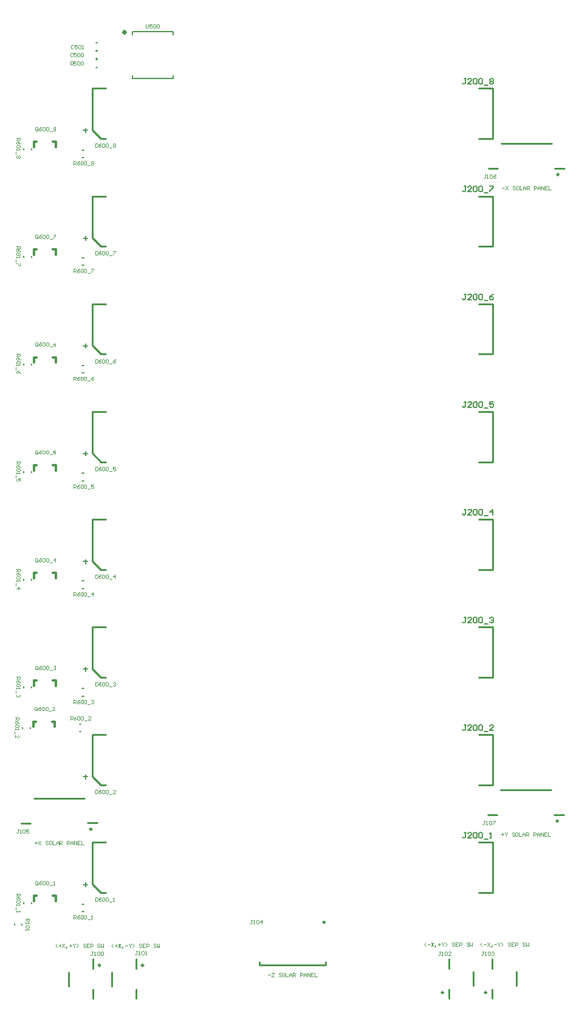
<source format=gto>
G04*
G04 #@! TF.GenerationSoftware,Altium Limited,Altium Designer,19.1.6 (110)*
G04*
G04 Layer_Color=65535*
%FSLAX25Y25*%
%MOIN*%
G70*
G01*
G75*
%ADD10C,0.01968*%
%ADD11C,0.01000*%
%ADD12C,0.00600*%
%ADD13C,0.01200*%
%ADD14C,0.00500*%
%ADD15C,0.00394*%
%ADD16C,0.00598*%
D10*
X63682Y536662D02*
G03*
X63682Y536662I-394J0D01*
G01*
D11*
X238352Y10236D02*
G03*
X238352Y10236I-557J0D01*
G01*
X261974D02*
G03*
X261974Y10236I-557J0D01*
G01*
X73785Y25197D02*
G03*
X73785Y25197I-557J0D01*
G01*
X50163D02*
G03*
X50163Y25197I-557J0D01*
G01*
X45439Y99803D02*
G03*
X45439Y99803I-557J0D01*
G01*
X301738Y458661D02*
G03*
X301738Y458661I-557J0D01*
G01*
X301344Y104331D02*
G03*
X301344Y104331I-557J0D01*
G01*
X173391Y48819D02*
G03*
X173391Y48819I-557J0D01*
G01*
X257874Y92520D02*
X265355D01*
Y64961D02*
Y92520D01*
X257874Y64961D02*
X265355D01*
X45670Y92520D02*
X53150D01*
X50394Y64961D02*
X53150D01*
X45670Y69685D02*
X50394Y64961D01*
X45670Y69685D02*
Y92520D01*
X45670Y246850D02*
Y269685D01*
Y246850D02*
X50394Y242126D01*
X53150D01*
X45670Y269685D02*
X53150D01*
X257875Y242126D02*
X265355D01*
Y269685D01*
X257875D02*
X265355D01*
X257874Y328740D02*
X265355D01*
Y301181D02*
Y328740D01*
X257874Y301181D02*
X265355D01*
X45670Y328740D02*
X53150D01*
X50394Y301181D02*
X53150D01*
X45670Y305906D02*
X50394Y301181D01*
X45670Y305906D02*
Y328740D01*
X45669Y364958D02*
Y387793D01*
Y364958D02*
X50393Y360234D01*
X53149D01*
X45669Y387793D02*
X53149D01*
X257874Y360234D02*
X265354D01*
Y387793D01*
X257874D02*
X265354D01*
X257874Y446848D02*
X265354D01*
Y419289D02*
Y446848D01*
X257874Y419289D02*
X265354D01*
X45669Y446848D02*
X53149D01*
X50393Y419289D02*
X53149D01*
X45669Y424013D02*
X50393Y419289D01*
X45669Y424013D02*
Y446848D01*
Y483069D02*
Y505903D01*
Y483069D02*
X50393Y478344D01*
X53149D01*
X45669Y505903D02*
X53149D01*
X257874Y478344D02*
X265354D01*
Y505903D01*
X257874D02*
X265354D01*
X257873Y210629D02*
X265353D01*
Y183070D02*
Y210629D01*
X257873Y183070D02*
X265353D01*
X45668Y210629D02*
X53149D01*
X50393Y183070D02*
X53149D01*
X45668Y187794D02*
X50393Y183070D01*
X45668Y187794D02*
Y210629D01*
X45670Y128740D02*
Y151575D01*
Y128740D02*
X50394Y124016D01*
X53150D01*
X45670Y151575D02*
X53150D01*
X257875Y124016D02*
X265355D01*
Y151575D01*
X257875D02*
X265355D01*
X241437Y6890D02*
Y12106D01*
Y23327D02*
Y28543D01*
X254724Y14075D02*
Y21654D01*
X278346Y14075D02*
Y21654D01*
X265059Y23327D02*
Y28543D01*
Y6890D02*
Y12106D01*
X69587Y23327D02*
Y28543D01*
Y6890D02*
Y12106D01*
X56299Y13780D02*
Y21358D01*
X32677Y13780D02*
Y21358D01*
X45965Y6890D02*
Y12106D01*
Y23327D02*
Y28543D01*
X13780Y116732D02*
X41339D01*
X43209Y103248D02*
X48425D01*
X6663Y103150D02*
X11880D01*
X262963Y462008D02*
X268179D01*
X299508Y462106D02*
X304724D01*
X270079Y475591D02*
X297638D01*
X269685Y121260D02*
X297244D01*
X299114Y107776D02*
X304331D01*
X262569Y107677D02*
X267785D01*
X137402Y25197D02*
Y27165D01*
X173622Y25197D02*
Y27165D01*
X137402Y25197D02*
X173622D01*
D12*
X2920Y47299D02*
Y47977D01*
X7120Y47299D02*
Y47977D01*
X40212Y54593D02*
X40890D01*
X40212Y58793D02*
X40890D01*
X38834Y157513D02*
X39512D01*
X38834Y153313D02*
X39512D01*
X40212Y172703D02*
X40891D01*
X40212Y176903D02*
X40891D01*
X40212Y235958D02*
X40891D01*
X40212Y231758D02*
X40891D01*
X40212Y290813D02*
X40890D01*
X40212Y295013D02*
X40890D01*
X40211Y354066D02*
X40889D01*
X40211Y349866D02*
X40889D01*
X40211Y408921D02*
X40889D01*
X40211Y413121D02*
X40889D01*
X40211Y472176D02*
X40889D01*
X40211Y467976D02*
X40889D01*
X12336Y59110D02*
Y59788D01*
X8136Y59110D02*
Y59788D01*
X7447Y154877D02*
Y155556D01*
X11647Y154877D02*
Y155556D01*
X12337Y177220D02*
Y177898D01*
X8137Y177220D02*
Y177898D01*
Y236275D02*
Y236953D01*
X12337Y236275D02*
Y236953D01*
X12336Y295330D02*
Y296008D01*
X8136Y295330D02*
Y296008D01*
X8135Y354383D02*
Y355061D01*
X12335Y354383D02*
Y355061D01*
Y413438D02*
Y414116D01*
X8135Y413438D02*
Y414116D01*
Y472493D02*
Y473171D01*
X12335Y472493D02*
Y473171D01*
X47594Y521687D02*
X48272D01*
X47594Y517487D02*
X48272D01*
X47594Y526411D02*
X48272D01*
X47594Y522211D02*
X48272D01*
X47594Y526739D02*
X48272D01*
X47594Y530939D02*
X48272D01*
X67739Y511263D02*
X89939D01*
Y513096D01*
X67739Y537163D02*
X89939D01*
X67739Y535329D02*
Y537163D01*
Y511263D02*
Y513096D01*
X89939Y535329D02*
Y537163D01*
D13*
X24184Y476620D02*
X25584D01*
Y473670D02*
Y476620D01*
X13784Y473670D02*
Y476620D01*
X15184D01*
X24184Y417564D02*
X25584D01*
Y414614D02*
Y417564D01*
X13784Y414614D02*
Y417564D01*
X15184D01*
X24184Y358509D02*
X25584D01*
Y355559D02*
Y358509D01*
X13784Y355559D02*
Y358509D01*
X15184D01*
X24185Y299457D02*
X25585D01*
Y296507D02*
Y299457D01*
X13785Y296507D02*
Y299457D01*
X15185D01*
X24185Y240402D02*
X25585D01*
Y237452D02*
Y240402D01*
X13785Y237452D02*
Y240402D01*
X15185D01*
X24185Y181346D02*
X25585D01*
Y178396D02*
Y181346D01*
X13785Y178396D02*
Y181346D01*
X15185D01*
X23791Y158807D02*
X25191D01*
Y155857D02*
Y158807D01*
X13391Y155857D02*
Y158807D01*
X14791D01*
X13785Y63236D02*
X15185D01*
X13785Y60286D02*
Y63236D01*
X25585Y60286D02*
Y63236D01*
X24185D02*
X25585D01*
D14*
X40827Y69505D02*
X43160D01*
X41993Y70672D02*
Y68339D01*
X40828Y128560D02*
X43160D01*
X41994Y129727D02*
Y127394D01*
X40828Y187616D02*
X43160D01*
X41994Y188782D02*
Y186449D01*
X40828Y246671D02*
X43160D01*
X41994Y247837D02*
Y245504D01*
X40827Y305726D02*
X43160D01*
X41993Y306892D02*
Y304559D01*
X40826Y364778D02*
X43159D01*
X41993Y365945D02*
Y363612D01*
X40826Y423834D02*
X43159D01*
X41993Y425000D02*
Y422667D01*
X40826Y482889D02*
X43159D01*
X41993Y484055D02*
Y481722D01*
D15*
X35493Y529445D02*
X35165Y529773D01*
X34509D01*
X34181Y529445D01*
Y528133D01*
X34509Y527805D01*
X35165D01*
X35493Y528133D01*
X37461Y529773D02*
X36149D01*
Y528789D01*
X36805Y529117D01*
X37133D01*
X37461Y528789D01*
Y528133D01*
X37133Y527805D01*
X36477D01*
X36149Y528133D01*
X38117Y529445D02*
X38445Y529773D01*
X39101D01*
X39429Y529445D01*
Y528133D01*
X39101Y527805D01*
X38445D01*
X38117Y528133D01*
Y529445D01*
X40085Y527805D02*
X40741D01*
X40413D01*
Y529773D01*
X40085Y529445D01*
X34890Y524953D02*
X34562Y525281D01*
X33906D01*
X33578Y524953D01*
Y523641D01*
X33906Y523313D01*
X34562D01*
X34890Y523641D01*
X36858Y525281D02*
X35546D01*
Y524297D01*
X36202Y524624D01*
X36530D01*
X36858Y524297D01*
Y523641D01*
X36530Y523313D01*
X35874D01*
X35546Y523641D01*
X37514Y524953D02*
X37842Y525281D01*
X38498D01*
X38826Y524953D01*
Y523641D01*
X38498Y523313D01*
X37842D01*
X37514Y523641D01*
Y524953D01*
X39481D02*
X39810Y525281D01*
X40466D01*
X40793Y524953D01*
Y523641D01*
X40466Y523313D01*
X39810D01*
X39481Y523641D01*
Y524953D01*
X75197Y540944D02*
Y539304D01*
X75525Y538976D01*
X76181D01*
X76509Y539304D01*
Y540944D01*
X78477D02*
X77165D01*
Y539960D01*
X77821Y540288D01*
X78149D01*
X78477Y539960D01*
Y539304D01*
X78149Y538976D01*
X77493D01*
X77165Y539304D01*
X79133Y540616D02*
X79461Y540944D01*
X80116D01*
X80445Y540616D01*
Y539304D01*
X80116Y538976D01*
X79461D01*
X79133Y539304D01*
Y540616D01*
X81100D02*
X81428Y540944D01*
X82084D01*
X82412Y540616D01*
Y539304D01*
X82084Y538976D01*
X81428D01*
X81100Y539304D01*
Y540616D01*
X33581Y518628D02*
Y520596D01*
X34565D01*
X34893Y520268D01*
Y519612D01*
X34565Y519284D01*
X33581D01*
X34237D02*
X34893Y518628D01*
X36861Y520596D02*
X35549D01*
Y519612D01*
X36205Y519940D01*
X36533D01*
X36861Y519612D01*
Y518956D01*
X36533Y518628D01*
X35877D01*
X35549Y518956D01*
X37517Y520268D02*
X37845Y520596D01*
X38501D01*
X38829Y520268D01*
Y518956D01*
X38501Y518628D01*
X37845D01*
X37517Y518956D01*
Y520268D01*
X39485D02*
X39813Y520596D01*
X40469D01*
X40797Y520268D01*
Y518956D01*
X40469Y518628D01*
X39813D01*
X39485Y518956D01*
Y520268D01*
X4199Y478546D02*
X6167D01*
Y477562D01*
X5839Y477234D01*
X5183D01*
X4855Y477562D01*
Y478546D01*
Y477890D02*
X4199Y477234D01*
X6167Y475266D02*
X5839Y475922D01*
X5183Y476578D01*
X4527D01*
X4199Y476250D01*
Y475594D01*
X4527Y475266D01*
X4855D01*
X5183Y475594D01*
Y476578D01*
X5839Y474610D02*
X6167Y474282D01*
Y473626D01*
X5839Y473298D01*
X4527D01*
X4199Y473626D01*
Y474282D01*
X4527Y474610D01*
X5839D01*
X4199Y472642D02*
Y471986D01*
Y472314D01*
X6167D01*
X5839Y472642D01*
X3871Y471002D02*
Y469690D01*
X5839Y469034D02*
X6167Y468706D01*
Y468050D01*
X5839Y467722D01*
X5511D01*
X5183Y468050D01*
X4855Y467722D01*
X4527D01*
X4199Y468050D01*
Y468706D01*
X4527Y469034D01*
X4855D01*
X5183Y468706D01*
X5511Y469034D01*
X5839D01*
X5183Y468706D02*
Y468050D01*
X4199Y419490D02*
X6167D01*
Y418507D01*
X5839Y418179D01*
X5183D01*
X4855Y418507D01*
Y419490D01*
Y418835D02*
X4199Y418179D01*
X6167Y416211D02*
X5839Y416867D01*
X5183Y417523D01*
X4527D01*
X4199Y417195D01*
Y416539D01*
X4527Y416211D01*
X4855D01*
X5183Y416539D01*
Y417523D01*
X5839Y415555D02*
X6167Y415227D01*
Y414571D01*
X5839Y414243D01*
X4527D01*
X4199Y414571D01*
Y415227D01*
X4527Y415555D01*
X5839D01*
X4199Y413587D02*
Y412931D01*
Y413259D01*
X6167D01*
X5839Y413587D01*
X3871Y411947D02*
Y410635D01*
X6167Y409979D02*
Y408667D01*
X5839D01*
X4527Y409979D01*
X4199D01*
Y360435D02*
X6167D01*
Y359452D01*
X5839Y359123D01*
X5183D01*
X4855Y359452D01*
Y360435D01*
Y359780D02*
X4199Y359123D01*
X6167Y357156D02*
X5839Y357812D01*
X5183Y358468D01*
X4527D01*
X4199Y358140D01*
Y357484D01*
X4527Y357156D01*
X4855D01*
X5183Y357484D01*
Y358468D01*
X5839Y356500D02*
X6167Y356172D01*
Y355516D01*
X5839Y355188D01*
X4527D01*
X4199Y355516D01*
Y356172D01*
X4527Y356500D01*
X5839D01*
X4199Y354532D02*
Y353876D01*
Y354204D01*
X6167D01*
X5839Y354532D01*
X3871Y352892D02*
Y351580D01*
X6167Y349612D02*
X5839Y350268D01*
X5183Y350924D01*
X4527D01*
X4199Y350596D01*
Y349940D01*
X4527Y349612D01*
X4855D01*
X5183Y349940D01*
Y350924D01*
X4200Y301383D02*
X6168D01*
Y300399D01*
X5840Y300071D01*
X5184D01*
X4856Y300399D01*
Y301383D01*
Y300727D02*
X4200Y300071D01*
X6168Y298103D02*
X5840Y298759D01*
X5184Y299415D01*
X4528D01*
X4200Y299087D01*
Y298431D01*
X4528Y298103D01*
X4856D01*
X5184Y298431D01*
Y299415D01*
X5840Y297447D02*
X6168Y297119D01*
Y296463D01*
X5840Y296135D01*
X4528D01*
X4200Y296463D01*
Y297119D01*
X4528Y297447D01*
X5840D01*
X4200Y295479D02*
Y294823D01*
Y295151D01*
X6168D01*
X5840Y295479D01*
X3872Y293839D02*
Y292527D01*
X6168Y290560D02*
Y291871D01*
X5184D01*
X5512Y291215D01*
Y290887D01*
X5184Y290560D01*
X4528D01*
X4200Y290887D01*
Y291543D01*
X4528Y291871D01*
X4200Y242328D02*
X6168D01*
Y241344D01*
X5840Y241016D01*
X5184D01*
X4856Y241344D01*
Y242328D01*
Y241672D02*
X4200Y241016D01*
X6168Y239048D02*
X5840Y239704D01*
X5184Y240360D01*
X4528D01*
X4200Y240032D01*
Y239376D01*
X4528Y239048D01*
X4856D01*
X5184Y239376D01*
Y240360D01*
X5840Y238392D02*
X6168Y238064D01*
Y237408D01*
X5840Y237080D01*
X4528D01*
X4200Y237408D01*
Y238064D01*
X4528Y238392D01*
X5840D01*
X4200Y236424D02*
Y235768D01*
Y236096D01*
X6168D01*
X5840Y236424D01*
X3872Y234784D02*
Y233472D01*
X4200Y231832D02*
X6168D01*
X5184Y232816D01*
Y231504D01*
X4200Y183273D02*
X6168D01*
Y182289D01*
X5840Y181961D01*
X5184D01*
X4856Y182289D01*
Y183273D01*
Y182617D02*
X4200Y181961D01*
X6168Y179993D02*
X5840Y180649D01*
X5184Y181305D01*
X4528D01*
X4200Y180977D01*
Y180321D01*
X4528Y179993D01*
X4856D01*
X5184Y180321D01*
Y181305D01*
X5840Y179337D02*
X6168Y179009D01*
Y178353D01*
X5840Y178025D01*
X4528D01*
X4200Y178353D01*
Y179009D01*
X4528Y179337D01*
X5840D01*
X4200Y177369D02*
Y176713D01*
Y177041D01*
X6168D01*
X5840Y177369D01*
X3872Y175729D02*
Y174417D01*
X5840Y173761D02*
X6168Y173433D01*
Y172777D01*
X5840Y172449D01*
X5512D01*
X5184Y172777D01*
Y173105D01*
Y172777D01*
X4856Y172449D01*
X4528D01*
X4200Y172777D01*
Y173433D01*
X4528Y173761D01*
X3511Y160930D02*
X5479D01*
Y159946D01*
X5151Y159618D01*
X4495D01*
X4167Y159946D01*
Y160930D01*
Y160274D02*
X3511Y159618D01*
X5479Y157650D02*
X5151Y158306D01*
X4495Y158962D01*
X3839D01*
X3511Y158634D01*
Y157978D01*
X3839Y157650D01*
X4167D01*
X4495Y157978D01*
Y158962D01*
X5151Y156994D02*
X5479Y156666D01*
Y156010D01*
X5151Y155682D01*
X3839D01*
X3511Y156010D01*
Y156666D01*
X3839Y156994D01*
X5151D01*
X3511Y155026D02*
Y154370D01*
Y154698D01*
X5479D01*
X5151Y155026D01*
X3183Y153386D02*
Y152075D01*
X3511Y150107D02*
Y151419D01*
X4823Y150107D01*
X5151D01*
X5479Y150435D01*
Y151091D01*
X5151Y151419D01*
X4200Y64506D02*
X6168D01*
Y63522D01*
X5840Y63194D01*
X5184D01*
X4856Y63522D01*
Y64506D01*
Y63850D02*
X4200Y63194D01*
X6168Y61226D02*
X5840Y61883D01*
X5184Y62538D01*
X4528D01*
X4200Y62211D01*
Y61554D01*
X4528Y61226D01*
X4856D01*
X5184Y61554D01*
Y62538D01*
X5840Y60571D02*
X6168Y60243D01*
Y59587D01*
X5840Y59259D01*
X4528D01*
X4200Y59587D01*
Y60243D01*
X4528Y60571D01*
X5840D01*
X4200Y58603D02*
Y57947D01*
Y58275D01*
X6168D01*
X5840Y58603D01*
X3872Y56963D02*
Y55651D01*
X4200Y54995D02*
Y54339D01*
Y54667D01*
X6168D01*
X5840Y54995D01*
X35299Y463990D02*
Y465958D01*
X36283D01*
X36611Y465630D01*
Y464974D01*
X36283Y464646D01*
X35299D01*
X35955D02*
X36611Y463990D01*
X38579Y465958D02*
X37923Y465630D01*
X37267Y464974D01*
Y464318D01*
X37595Y463990D01*
X38251D01*
X38579Y464318D01*
Y464646D01*
X38251Y464974D01*
X37267D01*
X39235Y465630D02*
X39563Y465958D01*
X40219D01*
X40547Y465630D01*
Y464318D01*
X40219Y463990D01*
X39563D01*
X39235Y464318D01*
Y465630D01*
X41203D02*
X41531Y465958D01*
X42187D01*
X42515Y465630D01*
Y464318D01*
X42187Y463990D01*
X41531D01*
X41203Y464318D01*
Y465630D01*
X43171Y463662D02*
X44482D01*
X45138Y465630D02*
X45466Y465958D01*
X46122D01*
X46450Y465630D01*
Y465302D01*
X46122Y464974D01*
X46450Y464646D01*
Y464318D01*
X46122Y463990D01*
X45466D01*
X45138Y464318D01*
Y464646D01*
X45466Y464974D01*
X45138Y465302D01*
Y465630D01*
X45466Y464974D02*
X46122D01*
X35299Y404935D02*
Y406902D01*
X36283D01*
X36611Y406574D01*
Y405919D01*
X36283Y405590D01*
X35299D01*
X35955D02*
X36611Y404935D01*
X38579Y406902D02*
X37923Y406574D01*
X37267Y405919D01*
Y405263D01*
X37595Y404935D01*
X38251D01*
X38579Y405263D01*
Y405590D01*
X38251Y405919D01*
X37267D01*
X39235Y406574D02*
X39563Y406902D01*
X40219D01*
X40547Y406574D01*
Y405263D01*
X40219Y404935D01*
X39563D01*
X39235Y405263D01*
Y406574D01*
X41203D02*
X41531Y406902D01*
X42187D01*
X42515Y406574D01*
Y405263D01*
X42187Y404935D01*
X41531D01*
X41203Y405263D01*
Y406574D01*
X43171Y404607D02*
X44482D01*
X45138Y406902D02*
X46450D01*
Y406574D01*
X45138Y405263D01*
Y404935D01*
X35299Y345880D02*
Y347847D01*
X36283D01*
X36611Y347519D01*
Y346863D01*
X36283Y346535D01*
X35299D01*
X35955D02*
X36611Y345880D01*
X38579Y347847D02*
X37923Y347519D01*
X37267Y346863D01*
Y346207D01*
X37595Y345880D01*
X38251D01*
X38579Y346207D01*
Y346535D01*
X38251Y346863D01*
X37267D01*
X39235Y347519D02*
X39563Y347847D01*
X40219D01*
X40547Y347519D01*
Y346207D01*
X40219Y345880D01*
X39563D01*
X39235Y346207D01*
Y347519D01*
X41203D02*
X41531Y347847D01*
X42187D01*
X42515Y347519D01*
Y346207D01*
X42187Y345880D01*
X41531D01*
X41203Y346207D01*
Y347519D01*
X43171Y345551D02*
X44482D01*
X46450Y347847D02*
X45794Y347519D01*
X45138Y346863D01*
Y346207D01*
X45466Y345880D01*
X46122D01*
X46450Y346207D01*
Y346535D01*
X46122Y346863D01*
X45138D01*
X35300Y286827D02*
Y288795D01*
X36284D01*
X36612Y288467D01*
Y287811D01*
X36284Y287483D01*
X35300D01*
X35956D02*
X36612Y286827D01*
X38580Y288795D02*
X37924Y288467D01*
X37268Y287811D01*
Y287155D01*
X37596Y286827D01*
X38252D01*
X38580Y287155D01*
Y287483D01*
X38252Y287811D01*
X37268D01*
X39236Y288467D02*
X39564Y288795D01*
X40220D01*
X40548Y288467D01*
Y287155D01*
X40220Y286827D01*
X39564D01*
X39236Y287155D01*
Y288467D01*
X41204D02*
X41532Y288795D01*
X42188D01*
X42516Y288467D01*
Y287155D01*
X42188Y286827D01*
X41532D01*
X41204Y287155D01*
Y288467D01*
X43171Y286499D02*
X44483D01*
X46451Y288795D02*
X45139D01*
Y287811D01*
X45795Y288139D01*
X46123D01*
X46451Y287811D01*
Y287155D01*
X46123Y286827D01*
X45467D01*
X45139Y287155D01*
X35300Y227772D02*
Y229739D01*
X36284D01*
X36612Y229412D01*
Y228756D01*
X36284Y228428D01*
X35300D01*
X35956D02*
X36612Y227772D01*
X38580Y229739D02*
X37924Y229412D01*
X37268Y228756D01*
Y228100D01*
X37596Y227772D01*
X38252D01*
X38580Y228100D01*
Y228428D01*
X38252Y228756D01*
X37268D01*
X39236Y229412D02*
X39564Y229739D01*
X40220D01*
X40548Y229412D01*
Y228100D01*
X40220Y227772D01*
X39564D01*
X39236Y228100D01*
Y229412D01*
X41204D02*
X41532Y229739D01*
X42188D01*
X42516Y229412D01*
Y228100D01*
X42188Y227772D01*
X41532D01*
X41204Y228100D01*
Y229412D01*
X43172Y227444D02*
X44484D01*
X46124Y227772D02*
Y229739D01*
X45140Y228756D01*
X46452D01*
X35300Y168717D02*
Y170684D01*
X36284D01*
X36612Y170356D01*
Y169701D01*
X36284Y169372D01*
X35300D01*
X35956D02*
X36612Y168717D01*
X38580Y170684D02*
X37924Y170356D01*
X37268Y169701D01*
Y169044D01*
X37596Y168717D01*
X38252D01*
X38580Y169044D01*
Y169372D01*
X38252Y169701D01*
X37268D01*
X39236Y170356D02*
X39564Y170684D01*
X40220D01*
X40548Y170356D01*
Y169044D01*
X40220Y168717D01*
X39564D01*
X39236Y169044D01*
Y170356D01*
X41204D02*
X41532Y170684D01*
X42188D01*
X42516Y170356D01*
Y169044D01*
X42188Y168717D01*
X41532D01*
X41204Y169044D01*
Y170356D01*
X43172Y168389D02*
X44484D01*
X45140Y170356D02*
X45468Y170684D01*
X46124D01*
X46452Y170356D01*
Y170028D01*
X46124Y169701D01*
X45796D01*
X46124D01*
X46452Y169372D01*
Y169044D01*
X46124Y168717D01*
X45468D01*
X45140Y169044D01*
X33600Y159806D02*
Y161774D01*
X34584D01*
X34912Y161446D01*
Y160790D01*
X34584Y160462D01*
X33600D01*
X34256D02*
X34912Y159806D01*
X36880Y161774D02*
X36224Y161446D01*
X35568Y160790D01*
Y160134D01*
X35896Y159806D01*
X36552D01*
X36880Y160134D01*
Y160462D01*
X36552Y160790D01*
X35568D01*
X37536Y161446D02*
X37864Y161774D01*
X38520D01*
X38848Y161446D01*
Y160134D01*
X38520Y159806D01*
X37864D01*
X37536Y160134D01*
Y161446D01*
X39504D02*
X39832Y161774D01*
X40488D01*
X40815Y161446D01*
Y160134D01*
X40488Y159806D01*
X39832D01*
X39504Y160134D01*
Y161446D01*
X41471Y159478D02*
X42783D01*
X44751Y159806D02*
X43439D01*
X44751Y161118D01*
Y161446D01*
X44423Y161774D01*
X43767D01*
X43439Y161446D01*
X35300Y50606D02*
Y52574D01*
X36284D01*
X36612Y52246D01*
Y51590D01*
X36284Y51262D01*
X35300D01*
X35956D02*
X36612Y50606D01*
X38580Y52574D02*
X37924Y52246D01*
X37268Y51590D01*
Y50934D01*
X37596Y50606D01*
X38252D01*
X38580Y50934D01*
Y51262D01*
X38252Y51590D01*
X37268D01*
X39236Y52246D02*
X39564Y52574D01*
X40220D01*
X40548Y52246D01*
Y50934D01*
X40220Y50606D01*
X39564D01*
X39236Y50934D01*
Y52246D01*
X41204D02*
X41532Y52574D01*
X42188D01*
X42516Y52246D01*
Y50934D01*
X42188Y50606D01*
X41532D01*
X41204Y50934D01*
Y52246D01*
X43171Y50278D02*
X44483D01*
X45139Y50606D02*
X45795D01*
X45467D01*
Y52574D01*
X45139Y52246D01*
X15711Y483018D02*
Y484330D01*
X15383Y484658D01*
X14727D01*
X14399Y484330D01*
Y483018D01*
X14727Y482690D01*
X15383D01*
X15055Y483346D02*
X15711Y482690D01*
X15383D02*
X15711Y483018D01*
X17679Y484658D02*
X17023Y484330D01*
X16367Y483674D01*
Y483018D01*
X16695Y482690D01*
X17351D01*
X17679Y483018D01*
Y483346D01*
X17351Y483674D01*
X16367D01*
X18335Y484330D02*
X18663Y484658D01*
X19319D01*
X19647Y484330D01*
Y483018D01*
X19319Y482690D01*
X18663D01*
X18335Y483018D01*
Y484330D01*
X20303D02*
X20631Y484658D01*
X21287D01*
X21615Y484330D01*
Y483018D01*
X21287Y482690D01*
X20631D01*
X20303Y483018D01*
Y484330D01*
X22271Y482362D02*
X23583D01*
X24238Y484330D02*
X24566Y484658D01*
X25222D01*
X25550Y484330D01*
Y484002D01*
X25222Y483674D01*
X25550Y483346D01*
Y483018D01*
X25222Y482690D01*
X24566D01*
X24238Y483018D01*
Y483346D01*
X24566Y483674D01*
X24238Y484002D01*
Y484330D01*
X24566Y483674D02*
X25222D01*
X15711Y423963D02*
Y425275D01*
X15383Y425602D01*
X14727D01*
X14399Y425275D01*
Y423963D01*
X14727Y423635D01*
X15383D01*
X15055Y424291D02*
X15711Y423635D01*
X15383D02*
X15711Y423963D01*
X17679Y425602D02*
X17023Y425275D01*
X16367Y424618D01*
Y423963D01*
X16695Y423635D01*
X17351D01*
X17679Y423963D01*
Y424291D01*
X17351Y424618D01*
X16367D01*
X18335Y425275D02*
X18663Y425602D01*
X19319D01*
X19647Y425275D01*
Y423963D01*
X19319Y423635D01*
X18663D01*
X18335Y423963D01*
Y425275D01*
X20303D02*
X20631Y425602D01*
X21287D01*
X21615Y425275D01*
Y423963D01*
X21287Y423635D01*
X20631D01*
X20303Y423963D01*
Y425275D01*
X22271Y423307D02*
X23583D01*
X24238Y425602D02*
X25550D01*
Y425275D01*
X24238Y423963D01*
Y423635D01*
X15711Y364908D02*
Y366219D01*
X15383Y366547D01*
X14727D01*
X14399Y366219D01*
Y364908D01*
X14727Y364580D01*
X15383D01*
X15055Y365235D02*
X15711Y364580D01*
X15383D02*
X15711Y364908D01*
X17679Y366547D02*
X17023Y366219D01*
X16367Y365563D01*
Y364908D01*
X16695Y364580D01*
X17351D01*
X17679Y364908D01*
Y365235D01*
X17351Y365563D01*
X16367D01*
X18335Y366219D02*
X18663Y366547D01*
X19319D01*
X19647Y366219D01*
Y364908D01*
X19319Y364580D01*
X18663D01*
X18335Y364908D01*
Y366219D01*
X20303D02*
X20631Y366547D01*
X21287D01*
X21615Y366219D01*
Y364908D01*
X21287Y364580D01*
X20631D01*
X20303Y364908D01*
Y366219D01*
X22271Y364251D02*
X23583D01*
X25550Y366547D02*
X24894Y366219D01*
X24238Y365563D01*
Y364908D01*
X24566Y364580D01*
X25222D01*
X25550Y364908D01*
Y365235D01*
X25222Y365563D01*
X24238D01*
X15712Y305855D02*
Y307167D01*
X15384Y307495D01*
X14728D01*
X14400Y307167D01*
Y305855D01*
X14728Y305527D01*
X15384D01*
X15056Y306183D02*
X15712Y305527D01*
X15384D02*
X15712Y305855D01*
X17680Y307495D02*
X17024Y307167D01*
X16368Y306511D01*
Y305855D01*
X16696Y305527D01*
X17352D01*
X17680Y305855D01*
Y306183D01*
X17352Y306511D01*
X16368D01*
X18336Y307167D02*
X18664Y307495D01*
X19320D01*
X19648Y307167D01*
Y305855D01*
X19320Y305527D01*
X18664D01*
X18336Y305855D01*
Y307167D01*
X20304D02*
X20632Y307495D01*
X21287D01*
X21615Y307167D01*
Y305855D01*
X21287Y305527D01*
X20632D01*
X20304Y305855D01*
Y307167D01*
X22271Y305199D02*
X23583D01*
X25551Y307495D02*
X24239D01*
Y306511D01*
X24895Y306839D01*
X25223D01*
X25551Y306511D01*
Y305855D01*
X25223Y305527D01*
X24567D01*
X24239Y305855D01*
X15712Y246800D02*
Y248112D01*
X15384Y248440D01*
X14728D01*
X14400Y248112D01*
Y246800D01*
X14728Y246472D01*
X15384D01*
X15056Y247128D02*
X15712Y246472D01*
X15384D02*
X15712Y246800D01*
X17680Y248440D02*
X17024Y248112D01*
X16368Y247456D01*
Y246800D01*
X16696Y246472D01*
X17352D01*
X17680Y246800D01*
Y247128D01*
X17352Y247456D01*
X16368D01*
X18336Y248112D02*
X18664Y248440D01*
X19320D01*
X19648Y248112D01*
Y246800D01*
X19320Y246472D01*
X18664D01*
X18336Y246800D01*
Y248112D01*
X20304D02*
X20632Y248440D01*
X21288D01*
X21616Y248112D01*
Y246800D01*
X21288Y246472D01*
X20632D01*
X20304Y246800D01*
Y248112D01*
X22272Y246144D02*
X23584D01*
X25224Y246472D02*
Y248440D01*
X24240Y247456D01*
X25552D01*
X15712Y187744D02*
Y189056D01*
X15384Y189384D01*
X14728D01*
X14400Y189056D01*
Y187744D01*
X14728Y187417D01*
X15384D01*
X15056Y188073D02*
X15712Y187417D01*
X15384D02*
X15712Y187744D01*
X17680Y189384D02*
X17024Y189056D01*
X16368Y188400D01*
Y187744D01*
X16696Y187417D01*
X17352D01*
X17680Y187744D01*
Y188073D01*
X17352Y188400D01*
X16368D01*
X18336Y189056D02*
X18664Y189384D01*
X19320D01*
X19648Y189056D01*
Y187744D01*
X19320Y187417D01*
X18664D01*
X18336Y187744D01*
Y189056D01*
X20304D02*
X20632Y189384D01*
X21288D01*
X21616Y189056D01*
Y187744D01*
X21288Y187417D01*
X20632D01*
X20304Y187744D01*
Y189056D01*
X22272Y187089D02*
X23584D01*
X24240Y189056D02*
X24568Y189384D01*
X25224D01*
X25552Y189056D01*
Y188728D01*
X25224Y188400D01*
X24896D01*
X25224D01*
X25552Y188073D01*
Y187744D01*
X25224Y187417D01*
X24568D01*
X24240Y187744D01*
X15318Y165205D02*
Y166517D01*
X14990Y166845D01*
X14334D01*
X14006Y166517D01*
Y165205D01*
X14334Y164877D01*
X14990D01*
X14662Y165533D02*
X15318Y164877D01*
X14990D02*
X15318Y165205D01*
X17286Y166845D02*
X16630Y166517D01*
X15974Y165861D01*
Y165205D01*
X16302Y164877D01*
X16958D01*
X17286Y165205D01*
Y165533D01*
X16958Y165861D01*
X15974D01*
X17942Y166517D02*
X18270Y166845D01*
X18926D01*
X19254Y166517D01*
Y165205D01*
X18926Y164877D01*
X18270D01*
X17942Y165205D01*
Y166517D01*
X19910D02*
X20238Y166845D01*
X20894D01*
X21222Y166517D01*
Y165205D01*
X20894Y164877D01*
X20238D01*
X19910Y165205D01*
Y166517D01*
X21878Y164549D02*
X23190D01*
X25157Y164877D02*
X23846D01*
X25157Y166189D01*
Y166517D01*
X24829Y166845D01*
X24174D01*
X23846Y166517D01*
X15712Y69634D02*
Y70946D01*
X15384Y71274D01*
X14728D01*
X14400Y70946D01*
Y69634D01*
X14728Y69306D01*
X15384D01*
X15056Y69962D02*
X15712Y69306D01*
X15384D02*
X15712Y69634D01*
X17680Y71274D02*
X17024Y70946D01*
X16368Y70290D01*
Y69634D01*
X16696Y69306D01*
X17352D01*
X17680Y69634D01*
Y69962D01*
X17352Y70290D01*
X16368D01*
X18336Y70946D02*
X18664Y71274D01*
X19320D01*
X19648Y70946D01*
Y69634D01*
X19320Y69306D01*
X18664D01*
X18336Y69634D01*
Y70946D01*
X20304D02*
X20632Y71274D01*
X21287D01*
X21615Y70946D01*
Y69634D01*
X21287Y69306D01*
X20632D01*
X20304Y69634D01*
Y70946D01*
X22271Y68978D02*
X23583D01*
X24239Y69306D02*
X24895D01*
X24567D01*
Y71274D01*
X24239Y70946D01*
X47257Y475585D02*
Y473617D01*
X48241D01*
X48569Y473945D01*
Y475257D01*
X48241Y475585D01*
X47257D01*
X50537D02*
X49881Y475257D01*
X49225Y474601D01*
Y473945D01*
X49553Y473617D01*
X50209D01*
X50537Y473945D01*
Y474273D01*
X50209Y474601D01*
X49225D01*
X51193Y475257D02*
X51521Y475585D01*
X52177D01*
X52505Y475257D01*
Y473945D01*
X52177Y473617D01*
X51521D01*
X51193Y473945D01*
Y475257D01*
X53161D02*
X53488Y475585D01*
X54144D01*
X54472Y475257D01*
Y473945D01*
X54144Y473617D01*
X53488D01*
X53161Y473945D01*
Y475257D01*
X55128Y473289D02*
X56440D01*
X57096Y475257D02*
X57424Y475585D01*
X58080D01*
X58408Y475257D01*
Y474929D01*
X58080Y474601D01*
X58408Y474273D01*
Y473945D01*
X58080Y473617D01*
X57424D01*
X57096Y473945D01*
Y474273D01*
X57424Y474601D01*
X57096Y474929D01*
Y475257D01*
X57424Y474601D02*
X58080D01*
X47257Y416530D02*
Y414562D01*
X48241D01*
X48569Y414890D01*
Y416201D01*
X48241Y416530D01*
X47257D01*
X50537D02*
X49881Y416201D01*
X49225Y415546D01*
Y414890D01*
X49553Y414562D01*
X50209D01*
X50537Y414890D01*
Y415218D01*
X50209Y415546D01*
X49225D01*
X51193Y416201D02*
X51521Y416530D01*
X52177D01*
X52505Y416201D01*
Y414890D01*
X52177Y414562D01*
X51521D01*
X51193Y414890D01*
Y416201D01*
X53161D02*
X53488Y416530D01*
X54144D01*
X54472Y416201D01*
Y414890D01*
X54144Y414562D01*
X53488D01*
X53161Y414890D01*
Y416201D01*
X55128Y414234D02*
X56440D01*
X57096Y416530D02*
X58408D01*
Y416201D01*
X57096Y414890D01*
Y414562D01*
X47257Y357474D02*
Y355506D01*
X48241D01*
X48569Y355835D01*
Y357146D01*
X48241Y357474D01*
X47257D01*
X50537D02*
X49881Y357146D01*
X49225Y356490D01*
Y355835D01*
X49553Y355506D01*
X50209D01*
X50537Y355835D01*
Y356163D01*
X50209Y356490D01*
X49225D01*
X51193Y357146D02*
X51521Y357474D01*
X52177D01*
X52505Y357146D01*
Y355835D01*
X52177Y355506D01*
X51521D01*
X51193Y355835D01*
Y357146D01*
X53161D02*
X53488Y357474D01*
X54144D01*
X54472Y357146D01*
Y355835D01*
X54144Y355506D01*
X53488D01*
X53161Y355835D01*
Y357146D01*
X55128Y355178D02*
X56440D01*
X58408Y357474D02*
X57752Y357146D01*
X57096Y356490D01*
Y355835D01*
X57424Y355506D01*
X58080D01*
X58408Y355835D01*
Y356163D01*
X58080Y356490D01*
X57096D01*
X47258Y298422D02*
Y296454D01*
X48242D01*
X48570Y296782D01*
Y298094D01*
X48242Y298422D01*
X47258D01*
X50538D02*
X49882Y298094D01*
X49226Y297438D01*
Y296782D01*
X49554Y296454D01*
X50210D01*
X50538Y296782D01*
Y297110D01*
X50210Y297438D01*
X49226D01*
X51193Y298094D02*
X51521Y298422D01*
X52177D01*
X52505Y298094D01*
Y296782D01*
X52177Y296454D01*
X51521D01*
X51193Y296782D01*
Y298094D01*
X53161D02*
X53489Y298422D01*
X54145D01*
X54473Y298094D01*
Y296782D01*
X54145Y296454D01*
X53489D01*
X53161Y296782D01*
Y298094D01*
X55129Y296126D02*
X56441D01*
X58409Y298422D02*
X57097D01*
Y297438D01*
X57753Y297766D01*
X58081D01*
X58409Y297438D01*
Y296782D01*
X58081Y296454D01*
X57425D01*
X57097Y296782D01*
X47258Y239367D02*
Y237399D01*
X48242D01*
X48570Y237727D01*
Y239039D01*
X48242Y239367D01*
X47258D01*
X50538D02*
X49882Y239039D01*
X49226Y238383D01*
Y237727D01*
X49554Y237399D01*
X50210D01*
X50538Y237727D01*
Y238055D01*
X50210Y238383D01*
X49226D01*
X51194Y239039D02*
X51522Y239367D01*
X52178D01*
X52506Y239039D01*
Y237727D01*
X52178Y237399D01*
X51522D01*
X51194Y237727D01*
Y239039D01*
X53162D02*
X53490Y239367D01*
X54146D01*
X54474Y239039D01*
Y237727D01*
X54146Y237399D01*
X53490D01*
X53162Y237727D01*
Y239039D01*
X55130Y237071D02*
X56441D01*
X58081Y237399D02*
Y239367D01*
X57098Y238383D01*
X58409D01*
X47258Y180311D02*
Y178344D01*
X48242D01*
X48570Y178672D01*
Y179983D01*
X48242Y180311D01*
X47258D01*
X50538D02*
X49882Y179983D01*
X49226Y179327D01*
Y178672D01*
X49554Y178344D01*
X50210D01*
X50538Y178672D01*
Y178999D01*
X50210Y179327D01*
X49226D01*
X51194Y179983D02*
X51522Y180311D01*
X52178D01*
X52506Y179983D01*
Y178672D01*
X52178Y178344D01*
X51522D01*
X51194Y178672D01*
Y179983D01*
X53162D02*
X53490Y180311D01*
X54146D01*
X54474Y179983D01*
Y178672D01*
X54146Y178344D01*
X53490D01*
X53162Y178672D01*
Y179983D01*
X55130Y178016D02*
X56441D01*
X57098Y179983D02*
X57425Y180311D01*
X58081D01*
X58409Y179983D01*
Y179656D01*
X58081Y179327D01*
X57753D01*
X58081D01*
X58409Y178999D01*
Y178672D01*
X58081Y178344D01*
X57425D01*
X57098Y178672D01*
X47258Y121256D02*
Y119289D01*
X48242D01*
X48570Y119616D01*
Y120928D01*
X48242Y121256D01*
X47258D01*
X50538D02*
X49882Y120928D01*
X49226Y120272D01*
Y119616D01*
X49554Y119289D01*
X50210D01*
X50538Y119616D01*
Y119944D01*
X50210Y120272D01*
X49226D01*
X51194Y120928D02*
X51522Y121256D01*
X52178D01*
X52506Y120928D01*
Y119616D01*
X52178Y119289D01*
X51522D01*
X51194Y119616D01*
Y120928D01*
X53162D02*
X53490Y121256D01*
X54146D01*
X54474Y120928D01*
Y119616D01*
X54146Y119289D01*
X53490D01*
X53162Y119616D01*
Y120928D01*
X55130Y118960D02*
X56441D01*
X58409Y119289D02*
X57098D01*
X58409Y120600D01*
Y120928D01*
X58081Y121256D01*
X57425D01*
X57098Y120928D01*
X47258Y62201D02*
Y60233D01*
X48242D01*
X48570Y60561D01*
Y61873D01*
X48242Y62201D01*
X47258D01*
X50538D02*
X49882Y61873D01*
X49226Y61217D01*
Y60561D01*
X49554Y60233D01*
X50210D01*
X50538Y60561D01*
Y60889D01*
X50210Y61217D01*
X49226D01*
X51193Y61873D02*
X51521Y62201D01*
X52177D01*
X52505Y61873D01*
Y60561D01*
X52177Y60233D01*
X51521D01*
X51193Y60561D01*
Y61873D01*
X53161D02*
X53489Y62201D01*
X54145D01*
X54473Y61873D01*
Y60561D01*
X54145Y60233D01*
X53489D01*
X53161Y60561D01*
Y61873D01*
X55129Y59905D02*
X56441D01*
X57097Y60233D02*
X57753D01*
X57425D01*
Y62201D01*
X57097Y61873D01*
X261154Y104330D02*
X260498D01*
X260826D01*
Y102690D01*
X260498Y102362D01*
X260171D01*
X259842Y102690D01*
X261810Y102362D02*
X262466D01*
X262138D01*
Y104330D01*
X261810Y104002D01*
X263450D02*
X263778Y104330D01*
X264434D01*
X264762Y104002D01*
Y102690D01*
X264434Y102362D01*
X263778D01*
X263450Y102690D01*
Y104002D01*
X265418Y104330D02*
X266730D01*
Y104002D01*
X265418Y102690D01*
Y102362D01*
X270006Y96990D02*
X271318D01*
X270662Y97646D02*
Y96334D01*
X271974Y97974D02*
Y97646D01*
X272630Y96990D01*
X273286Y97646D01*
Y97974D01*
X272630Y96990D02*
Y96006D01*
X277222Y97646D02*
X276894Y97974D01*
X276238D01*
X275910Y97646D01*
Y97318D01*
X276238Y96990D01*
X276894D01*
X277222Y96662D01*
Y96334D01*
X276894Y96006D01*
X276238D01*
X275910Y96334D01*
X278862Y97974D02*
X278206D01*
X277878Y97646D01*
Y96334D01*
X278206Y96006D01*
X278862D01*
X279190Y96334D01*
Y97646D01*
X278862Y97974D01*
X279846D02*
Y96006D01*
X281157D01*
X281814D02*
Y97318D01*
X282469Y97974D01*
X283125Y97318D01*
Y96006D01*
Y96990D01*
X281814D01*
X283781Y96006D02*
Y97974D01*
X284765D01*
X285093Y97646D01*
Y96990D01*
X284765Y96662D01*
X283781D01*
X284437D02*
X285093Y96006D01*
X287717D02*
Y97974D01*
X288701D01*
X289029Y97646D01*
Y96990D01*
X288701Y96662D01*
X287717D01*
X289685Y96006D02*
Y97318D01*
X290341Y97974D01*
X290997Y97318D01*
Y96006D01*
Y96990D01*
X289685D01*
X291653Y96006D02*
Y97974D01*
X292965Y96006D01*
Y97974D01*
X294933D02*
X293621D01*
Y96006D01*
X294933D01*
X293621Y96990D02*
X294277D01*
X295588Y97974D02*
Y96006D01*
X296900D01*
X261548Y458562D02*
X260892D01*
X261220D01*
Y456922D01*
X260892Y456595D01*
X260564D01*
X260236Y456922D01*
X262204Y456595D02*
X262860D01*
X262532D01*
Y458562D01*
X262204Y458234D01*
X263844D02*
X264172Y458562D01*
X264828D01*
X265156Y458234D01*
Y456922D01*
X264828Y456595D01*
X264172D01*
X263844Y456922D01*
Y458234D01*
X267124Y458562D02*
X266468Y458234D01*
X265812Y457578D01*
Y456922D01*
X266140Y456595D01*
X266796D01*
X267124Y456922D01*
Y457250D01*
X266796Y457578D01*
X265812D01*
X270400Y451390D02*
X271712D01*
X272368Y452374D02*
X273680Y450406D01*
Y452374D02*
X272368Y450406D01*
X277615Y452046D02*
X277288Y452374D01*
X276632D01*
X276304Y452046D01*
Y451718D01*
X276632Y451390D01*
X277288D01*
X277615Y451062D01*
Y450734D01*
X277288Y450406D01*
X276632D01*
X276304Y450734D01*
X279255Y452374D02*
X278599D01*
X278271Y452046D01*
Y450734D01*
X278599Y450406D01*
X279255D01*
X279583Y450734D01*
Y452046D01*
X279255Y452374D01*
X280239D02*
Y450406D01*
X281551D01*
X282207D02*
Y451718D01*
X282863Y452374D01*
X283519Y451718D01*
Y450406D01*
Y451390D01*
X282207D01*
X284175Y450406D02*
Y452374D01*
X285159D01*
X285487Y452046D01*
Y451390D01*
X285159Y451062D01*
X284175D01*
X284831D02*
X285487Y450406D01*
X288111D02*
Y452374D01*
X289095D01*
X289423Y452046D01*
Y451390D01*
X289095Y451062D01*
X288111D01*
X290079Y450406D02*
Y451718D01*
X290735Y452374D01*
X291390Y451718D01*
Y450406D01*
Y451390D01*
X290079D01*
X292046Y450406D02*
Y452374D01*
X293358Y450406D01*
Y452374D01*
X295326D02*
X294014D01*
Y450406D01*
X295326D01*
X294014Y451390D02*
X294670D01*
X295982Y452374D02*
Y450406D01*
X297294D01*
X5249Y99606D02*
X4593D01*
X4921D01*
Y97966D01*
X4593Y97638D01*
X4265D01*
X3937Y97966D01*
X5905Y97638D02*
X6561D01*
X6233D01*
Y99606D01*
X5905Y99278D01*
X7545D02*
X7873Y99606D01*
X8529D01*
X8857Y99278D01*
Y97966D01*
X8529Y97638D01*
X7873D01*
X7545Y97966D01*
Y99278D01*
X10825Y99606D02*
X9513D01*
Y98622D01*
X10169Y98950D01*
X10497D01*
X10825Y98622D01*
Y97966D01*
X10497Y97638D01*
X9841D01*
X9513Y97966D01*
X14106Y92459D02*
X15418D01*
X14762Y93115D02*
Y91803D01*
X16074Y93443D02*
X17386Y91475D01*
Y93443D02*
X16074Y91475D01*
X21322Y93115D02*
X20994Y93443D01*
X20338D01*
X20010Y93115D01*
Y92787D01*
X20338Y92459D01*
X20994D01*
X21322Y92131D01*
Y91803D01*
X20994Y91475D01*
X20338D01*
X20010Y91803D01*
X22962Y93443D02*
X22306D01*
X21978Y93115D01*
Y91803D01*
X22306Y91475D01*
X22962D01*
X23290Y91803D01*
Y93115D01*
X22962Y93443D01*
X23946D02*
Y91475D01*
X25258D01*
X25914D02*
Y92787D01*
X26569Y93443D01*
X27225Y92787D01*
Y91475D01*
Y92459D01*
X25914D01*
X27881Y91475D02*
Y93443D01*
X28865D01*
X29193Y93115D01*
Y92459D01*
X28865Y92131D01*
X27881D01*
X28537D02*
X29193Y91475D01*
X31817D02*
Y93443D01*
X32801D01*
X33129Y93115D01*
Y92459D01*
X32801Y92131D01*
X31817D01*
X33785Y91475D02*
Y92787D01*
X34441Y93443D01*
X35097Y92787D01*
Y91475D01*
Y92459D01*
X33785D01*
X35753Y91475D02*
Y93443D01*
X37065Y91475D01*
Y93443D01*
X39033D02*
X37721D01*
Y91475D01*
X39033D01*
X37721Y92459D02*
X38377D01*
X39689Y93443D02*
Y91475D01*
X41000D01*
X133398Y49901D02*
X132743D01*
X133071D01*
Y48261D01*
X132743Y47933D01*
X132415D01*
X132087Y48261D01*
X134055Y47933D02*
X134710D01*
X134382D01*
Y49901D01*
X134055Y49573D01*
X135694D02*
X136022Y49901D01*
X136678D01*
X137006Y49573D01*
Y48261D01*
X136678Y47933D01*
X136022D01*
X135694Y48261D01*
Y49573D01*
X138646Y47933D02*
Y49901D01*
X137662Y48917D01*
X138974D01*
X142028Y19980D02*
X143340D01*
X143995Y20964D02*
X145307D01*
Y20636D01*
X143995Y19324D01*
Y18996D01*
X145307D01*
X149243Y20636D02*
X148915Y20964D01*
X148259D01*
X147931Y20636D01*
Y20308D01*
X148259Y19980D01*
X148915D01*
X149243Y19652D01*
Y19324D01*
X148915Y18996D01*
X148259D01*
X147931Y19324D01*
X150883Y20964D02*
X150227D01*
X149899Y20636D01*
Y19324D01*
X150227Y18996D01*
X150883D01*
X151211Y19324D01*
Y20636D01*
X150883Y20964D01*
X151867D02*
Y18996D01*
X153179D01*
X153835D02*
Y20308D01*
X154491Y20964D01*
X155147Y20308D01*
Y18996D01*
Y19980D01*
X153835D01*
X155803Y18996D02*
Y20964D01*
X156787D01*
X157115Y20636D01*
Y19980D01*
X156787Y19652D01*
X155803D01*
X156458D02*
X157115Y18996D01*
X159738D02*
Y20964D01*
X160722D01*
X161050Y20636D01*
Y19980D01*
X160722Y19652D01*
X159738D01*
X161706Y18996D02*
Y20308D01*
X162362Y20964D01*
X163018Y20308D01*
Y18996D01*
Y19980D01*
X161706D01*
X163674Y18996D02*
Y20964D01*
X164986Y18996D01*
Y20964D01*
X166954D02*
X165642D01*
Y18996D01*
X166954D01*
X165642Y19980D02*
X166298D01*
X167610Y20964D02*
Y18996D01*
X168922D01*
X45997Y32775D02*
X45341D01*
X45669D01*
Y31135D01*
X45341Y30807D01*
X45013D01*
X44685Y31135D01*
X46653Y30807D02*
X47309D01*
X46981D01*
Y32775D01*
X46653Y32447D01*
X48293D02*
X48621Y32775D01*
X49277D01*
X49605Y32447D01*
Y31135D01*
X49277Y30807D01*
X48621D01*
X48293Y31135D01*
Y32447D01*
X50261D02*
X50589Y32775D01*
X51245D01*
X51573Y32447D01*
Y31135D01*
X51245Y30807D01*
X50589D01*
X50261Y31135D01*
Y32447D01*
X26247Y35039D02*
X25591Y35695D01*
Y36351D01*
X26247Y37007D01*
X27230Y36023D02*
X28542D01*
X27886Y36679D02*
Y35367D01*
X29198Y37007D02*
X30510Y35039D01*
Y37007D02*
X29198Y35039D01*
X31494Y34711D02*
X31822Y35039D01*
Y35367D01*
X31494D01*
Y35039D01*
X31822D01*
X31494Y34711D01*
X31166Y34383D01*
X33134Y36023D02*
X34446D01*
X33790Y36679D02*
Y35367D01*
X35102Y37007D02*
Y36679D01*
X35758Y36023D01*
X36414Y36679D01*
Y37007D01*
X35758Y36023D02*
Y35039D01*
X37070D02*
X37726Y35695D01*
Y36351D01*
X37070Y37007D01*
X41989Y36679D02*
X41661Y37007D01*
X41006D01*
X40677Y36679D01*
Y36351D01*
X41006Y36023D01*
X41661D01*
X41989Y35695D01*
Y35367D01*
X41661Y35039D01*
X41006D01*
X40677Y35367D01*
X43957Y37007D02*
X42645D01*
Y35039D01*
X43957D01*
X42645Y36023D02*
X43301D01*
X44613Y35039D02*
Y37007D01*
X45597D01*
X45925Y36679D01*
Y36023D01*
X45597Y35695D01*
X44613D01*
X49861Y36679D02*
X49533Y37007D01*
X48877D01*
X48549Y36679D01*
Y36351D01*
X48877Y36023D01*
X49533D01*
X49861Y35695D01*
Y35367D01*
X49533Y35039D01*
X48877D01*
X48549Y35367D01*
X50517Y37007D02*
Y35039D01*
X51173Y35695D01*
X51829Y35039D01*
Y37007D01*
X70308Y32873D02*
X69652D01*
X69980D01*
Y31234D01*
X69652Y30906D01*
X69324D01*
X68996Y31234D01*
X70964Y30906D02*
X71620D01*
X71292D01*
Y32873D01*
X70964Y32545D01*
X72604D02*
X72932Y32873D01*
X73588D01*
X73916Y32545D01*
Y31234D01*
X73588Y30906D01*
X72932D01*
X72604Y31234D01*
Y32545D01*
X74572Y30906D02*
X75228D01*
X74900D01*
Y32873D01*
X74572Y32545D01*
X56955Y35039D02*
X56299Y35695D01*
Y36351D01*
X56955Y37007D01*
X57939Y36023D02*
X59251D01*
X58595Y36679D02*
Y35367D01*
X59907Y37007D02*
X61219Y35039D01*
Y37007D02*
X59907Y35039D01*
X62203Y34711D02*
X62531Y35039D01*
Y35367D01*
X62203D01*
Y35039D01*
X62531D01*
X62203Y34711D01*
X61875Y34383D01*
X63843Y36023D02*
X65155D01*
X65811Y37007D02*
Y36679D01*
X66466Y36023D01*
X67123Y36679D01*
Y37007D01*
X66466Y36023D02*
Y35039D01*
X67778D02*
X68434Y35695D01*
Y36351D01*
X67778Y37007D01*
X72698Y36679D02*
X72370Y37007D01*
X71714D01*
X71386Y36679D01*
Y36351D01*
X71714Y36023D01*
X72370D01*
X72698Y35695D01*
Y35367D01*
X72370Y35039D01*
X71714D01*
X71386Y35367D01*
X74666Y37007D02*
X73354D01*
Y35039D01*
X74666D01*
X73354Y36023D02*
X74010D01*
X75322Y35039D02*
Y37007D01*
X76306D01*
X76634Y36679D01*
Y36023D01*
X76306Y35695D01*
X75322D01*
X80569Y36679D02*
X80242Y37007D01*
X79586D01*
X79258Y36679D01*
Y36351D01*
X79586Y36023D01*
X80242D01*
X80569Y35695D01*
Y35367D01*
X80242Y35039D01*
X79586D01*
X79258Y35367D01*
X81226Y37007D02*
Y35039D01*
X81881Y35695D01*
X82537Y35039D01*
Y37007D01*
X260466Y32677D02*
X259809D01*
X260138D01*
Y31037D01*
X259809Y30709D01*
X259482D01*
X259154Y31037D01*
X261121Y30709D02*
X261777D01*
X261449D01*
Y32677D01*
X261121Y32349D01*
X262761D02*
X263089Y32677D01*
X263745D01*
X264073Y32349D01*
Y31037D01*
X263745Y30709D01*
X263089D01*
X262761Y31037D01*
Y32349D01*
X264729D02*
X265057Y32677D01*
X265713D01*
X266041Y32349D01*
Y32021D01*
X265713Y31693D01*
X265385D01*
X265713D01*
X266041Y31365D01*
Y31037D01*
X265713Y30709D01*
X265057D01*
X264729Y31037D01*
X259317Y35827D02*
X258661Y36483D01*
Y37139D01*
X259317Y37795D01*
X260301Y36811D02*
X261613D01*
X262269Y37795D02*
X263581Y35827D01*
Y37795D02*
X262269Y35827D01*
X264565Y35499D02*
X264893Y35827D01*
Y36155D01*
X264565D01*
Y35827D01*
X264893D01*
X264565Y35499D01*
X264237Y35171D01*
X266205Y36811D02*
X267517D01*
X268173Y37795D02*
Y37467D01*
X268829Y36811D01*
X269485Y37467D01*
Y37795D01*
X268829Y36811D02*
Y35827D01*
X270141D02*
X270797Y36483D01*
Y37139D01*
X270141Y37795D01*
X275060Y37467D02*
X274732Y37795D01*
X274076D01*
X273748Y37467D01*
Y37139D01*
X274076Y36811D01*
X274732D01*
X275060Y36483D01*
Y36155D01*
X274732Y35827D01*
X274076D01*
X273748Y36155D01*
X277028Y37795D02*
X275716D01*
Y35827D01*
X277028D01*
X275716Y36811D02*
X276372D01*
X277684Y35827D02*
Y37795D01*
X278668D01*
X278996Y37467D01*
Y36811D01*
X278668Y36483D01*
X277684D01*
X282932Y37467D02*
X282604Y37795D01*
X281948D01*
X281620Y37467D01*
Y37139D01*
X281948Y36811D01*
X282604D01*
X282932Y36483D01*
Y36155D01*
X282604Y35827D01*
X281948D01*
X281620Y36155D01*
X283588Y37795D02*
Y35827D01*
X284244Y36483D01*
X284900Y35827D01*
Y37795D01*
X236745Y32677D02*
X236089D01*
X236417D01*
Y31037D01*
X236089Y30709D01*
X235761D01*
X235433Y31037D01*
X237401Y30709D02*
X238057D01*
X237729D01*
Y32677D01*
X237401Y32349D01*
X239041D02*
X239369Y32677D01*
X240025D01*
X240353Y32349D01*
Y31037D01*
X240025Y30709D01*
X239369D01*
X239041Y31037D01*
Y32349D01*
X242321Y30709D02*
X241009D01*
X242321Y32021D01*
Y32349D01*
X241993Y32677D01*
X241337D01*
X241009Y32349D01*
X228609Y35827D02*
X227953Y36483D01*
Y37139D01*
X228609Y37795D01*
X229593Y36811D02*
X230905D01*
X231560Y37795D02*
X232872Y35827D01*
Y37795D02*
X231560Y35827D01*
X233856Y35499D02*
X234184Y35827D01*
Y36155D01*
X233856D01*
Y35827D01*
X234184D01*
X233856Y35499D01*
X233528Y35171D01*
X235496Y36811D02*
X236808D01*
X236152Y37467D02*
Y36155D01*
X237464Y37795D02*
Y37467D01*
X238120Y36811D01*
X238776Y37467D01*
Y37795D01*
X238120Y36811D02*
Y35827D01*
X239432D02*
X240088Y36483D01*
Y37139D01*
X239432Y37795D01*
X244352Y37467D02*
X244024Y37795D01*
X243368D01*
X243040Y37467D01*
Y37139D01*
X243368Y36811D01*
X244024D01*
X244352Y36483D01*
Y36155D01*
X244024Y35827D01*
X243368D01*
X243040Y36155D01*
X246320Y37795D02*
X245008D01*
Y35827D01*
X246320D01*
X245008Y36811D02*
X245663D01*
X246975Y35827D02*
Y37795D01*
X247959D01*
X248287Y37467D01*
Y36811D01*
X247959Y36483D01*
X246975D01*
X252223Y37467D02*
X251895Y37795D01*
X251239D01*
X250911Y37467D01*
Y37139D01*
X251239Y36811D01*
X251895D01*
X252223Y36483D01*
Y36155D01*
X251895Y35827D01*
X251239D01*
X250911Y36155D01*
X252879Y37795D02*
Y35827D01*
X253535Y36483D01*
X254191Y35827D01*
Y37795D01*
X9102Y50731D02*
X11069D01*
Y49747D01*
X10741Y49419D01*
X10086D01*
X9758Y49747D01*
Y50731D01*
Y50075D02*
X9102Y49419D01*
Y48763D02*
Y48107D01*
Y48435D01*
X11069D01*
X10741Y48763D01*
Y47123D02*
X11069Y46795D01*
Y46139D01*
X10741Y45811D01*
X9430D01*
X9102Y46139D01*
Y46795D01*
X9430Y47123D01*
X10741D01*
X9102Y45155D02*
Y44499D01*
Y44827D01*
X11069D01*
X10741Y45155D01*
D16*
X250819Y156936D02*
X249819D01*
X250319D01*
Y154437D01*
X249819Y153937D01*
X249319D01*
X248819Y154437D01*
X253818Y153937D02*
X251818D01*
X253818Y155936D01*
Y156436D01*
X253318Y156936D01*
X252318D01*
X251818Y156436D01*
X254817D02*
X255317Y156936D01*
X256317D01*
X256817Y156436D01*
Y154437D01*
X256317Y153937D01*
X255317D01*
X254817Y154437D01*
Y156436D01*
X257816D02*
X258316Y156936D01*
X259316D01*
X259816Y156436D01*
Y154437D01*
X259316Y153937D01*
X258316D01*
X257816Y154437D01*
Y156436D01*
X260815Y153437D02*
X262815D01*
X265814Y153937D02*
X263814D01*
X265814Y155936D01*
Y156436D01*
X265314Y156936D01*
X264314D01*
X263814Y156436D01*
X250817Y215990D02*
X249817D01*
X250317D01*
Y213491D01*
X249817Y212991D01*
X249318D01*
X248818Y213491D01*
X253816Y212991D02*
X251817D01*
X253816Y214990D01*
Y215490D01*
X253316Y215990D01*
X252316D01*
X251817Y215490D01*
X254816D02*
X255315Y215990D01*
X256315D01*
X256815Y215490D01*
Y213491D01*
X256315Y212991D01*
X255315D01*
X254816Y213491D01*
Y215490D01*
X257815D02*
X258315Y215990D01*
X259314D01*
X259814Y215490D01*
Y213491D01*
X259314Y212991D01*
X258315D01*
X257815Y213491D01*
Y215490D01*
X260814Y212491D02*
X262813D01*
X263813Y215490D02*
X264313Y215990D01*
X265312D01*
X265812Y215490D01*
Y214990D01*
X265312Y214490D01*
X264812D01*
X265312D01*
X265812Y213990D01*
Y213491D01*
X265312Y212991D01*
X264313D01*
X263813Y213491D01*
X250817Y511264D02*
X249818D01*
X250318D01*
Y508765D01*
X249818Y508265D01*
X249318D01*
X248818Y508765D01*
X253816Y508265D02*
X251817D01*
X253816Y510265D01*
Y510765D01*
X253317Y511264D01*
X252317D01*
X251817Y510765D01*
X254816D02*
X255316Y511264D01*
X256316D01*
X256816Y510765D01*
Y508765D01*
X256316Y508265D01*
X255316D01*
X254816Y508765D01*
Y510765D01*
X257815D02*
X258315Y511264D01*
X259315D01*
X259815Y510765D01*
Y508765D01*
X259315Y508265D01*
X258315D01*
X257815Y508765D01*
Y510765D01*
X260814Y507765D02*
X262813D01*
X263813Y510765D02*
X264313Y511264D01*
X265313D01*
X265813Y510765D01*
Y510265D01*
X265313Y509765D01*
X265813Y509265D01*
Y508765D01*
X265313Y508265D01*
X264313D01*
X263813Y508765D01*
Y509265D01*
X264313Y509765D01*
X263813Y510265D01*
Y510765D01*
X264313Y509765D02*
X265313D01*
X250817Y452209D02*
X249818D01*
X250318D01*
Y449710D01*
X249818Y449210D01*
X249318D01*
X248818Y449710D01*
X253816Y449210D02*
X251817D01*
X253816Y451209D01*
Y451709D01*
X253317Y452209D01*
X252317D01*
X251817Y451709D01*
X254816D02*
X255316Y452209D01*
X256316D01*
X256816Y451709D01*
Y449710D01*
X256316Y449210D01*
X255316D01*
X254816Y449710D01*
Y451709D01*
X257815D02*
X258315Y452209D01*
X259315D01*
X259815Y451709D01*
Y449710D01*
X259315Y449210D01*
X258315D01*
X257815Y449710D01*
Y451709D01*
X260814Y448710D02*
X262813D01*
X263813Y452209D02*
X265813D01*
Y451709D01*
X263813Y449710D01*
Y449210D01*
X250817Y393154D02*
X249818D01*
X250318D01*
Y390655D01*
X249818Y390155D01*
X249318D01*
X248818Y390655D01*
X253816Y390155D02*
X251817D01*
X253816Y392154D01*
Y392654D01*
X253317Y393154D01*
X252317D01*
X251817Y392654D01*
X254816D02*
X255316Y393154D01*
X256316D01*
X256816Y392654D01*
Y390655D01*
X256316Y390155D01*
X255316D01*
X254816Y390655D01*
Y392654D01*
X257815D02*
X258315Y393154D01*
X259315D01*
X259815Y392654D01*
Y390655D01*
X259315Y390155D01*
X258315D01*
X257815Y390655D01*
Y392654D01*
X260814Y389655D02*
X262813D01*
X265813Y393154D02*
X264813Y392654D01*
X263813Y391655D01*
Y390655D01*
X264313Y390155D01*
X265313D01*
X265813Y390655D01*
Y391155D01*
X265313Y391655D01*
X263813D01*
X250818Y334101D02*
X249819D01*
X250318D01*
Y331602D01*
X249819Y331102D01*
X249319D01*
X248819Y331602D01*
X253817Y331102D02*
X251818D01*
X253817Y333102D01*
Y333602D01*
X253317Y334101D01*
X252318D01*
X251818Y333602D01*
X254817D02*
X255317Y334101D01*
X256316D01*
X256816Y333602D01*
Y331602D01*
X256316Y331102D01*
X255317D01*
X254817Y331602D01*
Y333602D01*
X257816D02*
X258316Y334101D01*
X259315D01*
X259815Y333602D01*
Y331602D01*
X259315Y331102D01*
X258316D01*
X257816Y331602D01*
Y333602D01*
X260815Y330603D02*
X262814D01*
X265813Y334101D02*
X263814D01*
Y332602D01*
X264814Y333102D01*
X265314D01*
X265813Y332602D01*
Y331602D01*
X265314Y331102D01*
X264314D01*
X263814Y331602D01*
X250819Y275046D02*
X249819D01*
X250319D01*
Y272547D01*
X249819Y272047D01*
X249319D01*
X248819Y272547D01*
X253818Y272047D02*
X251818D01*
X253818Y274047D01*
Y274546D01*
X253318Y275046D01*
X252318D01*
X251818Y274546D01*
X254817D02*
X255317Y275046D01*
X256317D01*
X256817Y274546D01*
Y272547D01*
X256317Y272047D01*
X255317D01*
X254817Y272547D01*
Y274546D01*
X257816D02*
X258316Y275046D01*
X259316D01*
X259816Y274546D01*
Y272547D01*
X259316Y272047D01*
X258316D01*
X257816Y272547D01*
Y274546D01*
X260815Y271547D02*
X262815D01*
X265314Y272047D02*
Y275046D01*
X263814Y273547D01*
X265814D01*
X250818Y97881D02*
X249819D01*
X250318D01*
Y95382D01*
X249819Y94882D01*
X249319D01*
X248819Y95382D01*
X253817Y94882D02*
X251818D01*
X253817Y96881D01*
Y97381D01*
X253317Y97881D01*
X252318D01*
X251818Y97381D01*
X254817D02*
X255317Y97881D01*
X256316D01*
X256816Y97381D01*
Y95382D01*
X256316Y94882D01*
X255317D01*
X254817Y95382D01*
Y97381D01*
X257816D02*
X258316Y97881D01*
X259315D01*
X259815Y97381D01*
Y95382D01*
X259315Y94882D01*
X258316D01*
X257816Y95382D01*
Y97381D01*
X260815Y94382D02*
X262814D01*
X263814Y94882D02*
X264814D01*
X264314D01*
Y97881D01*
X263814Y97381D01*
M02*

</source>
